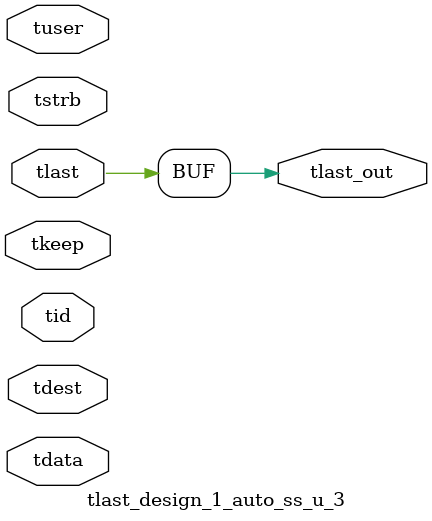
<source format=v>


`timescale 1ps/1ps

module tlast_design_1_auto_ss_u_3 #
(
parameter C_S_AXIS_TID_WIDTH   = 1,
parameter C_S_AXIS_TUSER_WIDTH = 0,
parameter C_S_AXIS_TDATA_WIDTH = 0,
parameter C_S_AXIS_TDEST_WIDTH = 0
)
(
input  [(C_S_AXIS_TID_WIDTH   == 0 ? 1 : C_S_AXIS_TID_WIDTH)-1:0       ] tid,
input  [(C_S_AXIS_TDATA_WIDTH == 0 ? 1 : C_S_AXIS_TDATA_WIDTH)-1:0     ] tdata,
input  [(C_S_AXIS_TUSER_WIDTH == 0 ? 1 : C_S_AXIS_TUSER_WIDTH)-1:0     ] tuser,
input  [(C_S_AXIS_TDEST_WIDTH == 0 ? 1 : C_S_AXIS_TDEST_WIDTH)-1:0     ] tdest,
input  [(C_S_AXIS_TDATA_WIDTH/8)-1:0 ] tkeep,
input  [(C_S_AXIS_TDATA_WIDTH/8)-1:0 ] tstrb,
input  [0:0]                                                             tlast,
output                                                                   tlast_out
);

assign tlast_out = {tlast};

endmodule


</source>
